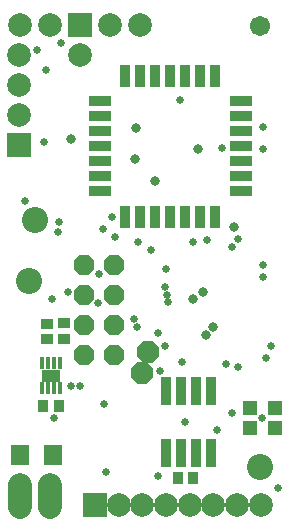
<source format=gbr>
G04 EAGLE Gerber RS-274X export*
G75*
%MOMM*%
%FSLAX34Y34*%
%LPD*%
%INSoldermask Bottom*%
%IPPOS*%
%AMOC8*
5,1,8,0,0,1.08239X$1,22.5*%
G01*
%ADD10C,2.203200*%
%ADD11C,1.703200*%
%ADD12R,1.603200X1.803200*%
%ADD13C,2.003200*%
%ADD14R,0.903200X1.103200*%
%ADD15R,1.203200X1.303200*%
%ADD16R,1.981200X0.965200*%
%ADD17R,0.965200X1.981200*%
%ADD18R,2.003200X2.003200*%
%ADD19C,2.003200*%
%ADD20R,0.812800X2.413000*%
%ADD21P,1.951982X8X22.500000*%
%ADD22R,1.103200X0.903200*%
%ADD23P,1.869504X8X292.500000*%
%ADD24R,0.406400X1.016000*%
%ADD25R,1.498600X1.092200*%
%ADD26C,0.657200*%
%ADD27C,0.807200*%


D10*
X22860Y204470D03*
X218440Y46990D03*
D11*
X218440Y420370D03*
D10*
X27940Y256540D03*
D12*
X43210Y57150D03*
X15210Y57150D03*
D13*
X40640Y31860D02*
X40640Y13860D01*
X15240Y13860D02*
X15240Y31860D01*
D14*
X161440Y38100D03*
X148440Y38100D03*
D15*
X209550Y97400D03*
X209550Y80400D03*
X231140Y97400D03*
X231140Y80400D03*
D16*
X82550Y318770D03*
X82550Y331470D03*
X82550Y344170D03*
X82550Y356870D03*
D17*
X104140Y378460D03*
X116840Y378460D03*
X129540Y378460D03*
X142240Y378460D03*
X154940Y378460D03*
X167640Y378460D03*
X180340Y378460D03*
D16*
X201930Y356870D03*
X201930Y344170D03*
X201930Y331470D03*
X201930Y318770D03*
X201930Y306070D03*
X201930Y293370D03*
X201930Y280670D03*
D17*
X180340Y259080D03*
X167640Y259080D03*
X154940Y259080D03*
X142240Y259080D03*
X129540Y259080D03*
X116840Y259080D03*
X104140Y259080D03*
D16*
X82550Y280670D03*
X82550Y293370D03*
X82550Y306070D03*
D18*
X78740Y15240D03*
D19*
X98740Y15240D03*
X118740Y15240D03*
X138740Y15240D03*
X158740Y15240D03*
X178740Y15240D03*
X198740Y15240D03*
X218740Y15240D03*
D18*
X66040Y421900D03*
D19*
X66040Y396500D03*
X15240Y421900D03*
X40640Y421900D03*
X116840Y421900D03*
X91440Y421900D03*
D20*
X138430Y111252D03*
X151130Y111252D03*
X163830Y111252D03*
X176530Y111252D03*
X176530Y58928D03*
X163830Y58928D03*
X151130Y58928D03*
X138430Y58928D03*
D21*
X123444Y144780D03*
X118618Y126746D03*
D14*
X34902Y99314D03*
X47902Y99314D03*
D22*
X38100Y155806D03*
X38100Y168806D03*
X52070Y156060D03*
X52070Y169060D03*
D18*
X13970Y320040D03*
D19*
X13970Y345440D03*
X13970Y370840D03*
X13970Y396240D03*
D23*
X69254Y218309D03*
X94654Y218309D03*
X69254Y192909D03*
X94654Y192909D03*
X69254Y167509D03*
X94654Y167509D03*
X69254Y142109D03*
X94654Y142109D03*
D24*
X48768Y114173D03*
X43688Y114173D03*
X38608Y114173D03*
X33528Y114173D03*
X33528Y135255D03*
X38608Y135255D03*
X43688Y135255D03*
X48768Y135255D03*
D25*
X41148Y124714D03*
D26*
X47890Y254668D03*
X223520Y139700D03*
X220980Y218440D03*
X152400Y135890D03*
X150876Y357632D03*
X41910Y189230D03*
X87630Y43180D03*
X154940Y85090D03*
X181610Y78740D03*
X86360Y100330D03*
X92710Y259080D03*
X36830Y383540D03*
X185674Y316992D03*
X233198Y29865D03*
X81738Y210362D03*
X81428Y186025D03*
X55376Y195481D03*
X43434Y88900D03*
D27*
X113538Y334518D03*
X112268Y307848D03*
X195834Y250444D03*
X57912Y325120D03*
D26*
X137668Y149860D03*
X132080Y161036D03*
X139954Y186944D03*
X19050Y272542D03*
X161544Y237744D03*
X29718Y400050D03*
X125984Y230886D03*
X220218Y88900D03*
X58420Y115570D03*
X137809Y199681D03*
X220980Y208280D03*
X227330Y149860D03*
X139700Y193040D03*
X133350Y128270D03*
X132080Y39370D03*
X47383Y246255D03*
X189081Y134397D03*
X194190Y92624D03*
X95829Y242108D03*
X113859Y165541D03*
X49530Y406400D03*
X114700Y237583D03*
X111760Y172720D03*
X199390Y132080D03*
X66040Y115570D03*
X173627Y239513D03*
X199390Y240030D03*
X194310Y233680D03*
X138633Y214656D03*
X85396Y248965D03*
D27*
X161544Y189964D03*
X165354Y316484D03*
D26*
X35560Y322580D03*
X220980Y316230D03*
X220980Y335280D03*
D27*
X169672Y195834D03*
X129540Y289560D03*
X178562Y165608D03*
X172212Y159258D03*
M02*

</source>
